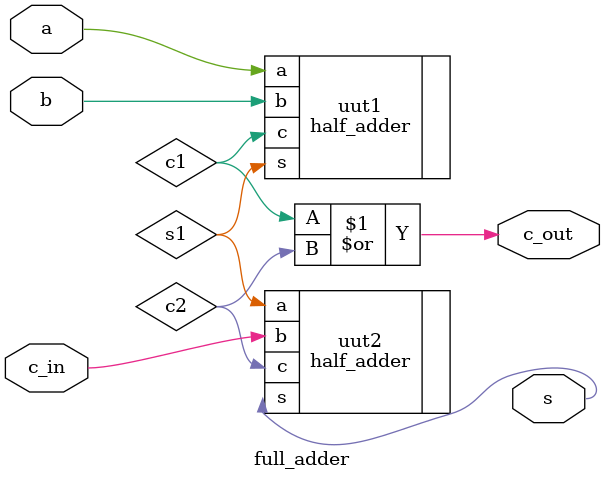
<source format=v>
`timescale 1ns / 1ps
module full_adder(
    input a,
    input b,
    input c_in,
    output s,
    output c_out
    );
wire s1;
	wire c1;
	wire c2;
half_adder uut1 (
		.a(a), 
		.b(b), 
		.s(s1), 
		.c(c1)
	);
half_adder uut2 (
		.a(s1), 
		.b(c_in), 
		.s(s), 
		.c(c2)
	);
 assign c_out = c1 | c2;

endmodule

</source>
